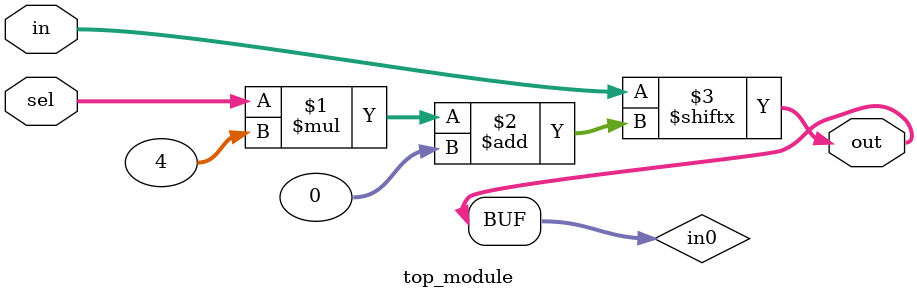
<source format=sv>
module top_module (
	input [1023:0] in,
	input [7:0] sel,
	output [3:0] out
);
	// Create temporary wires for each 4-bit input
	wire [3:0] in0 = in[sel*4 +: 4];
	
	// Use assign statements to assign the output based on the selected input
	assign out = in0;
endmodule

</source>
